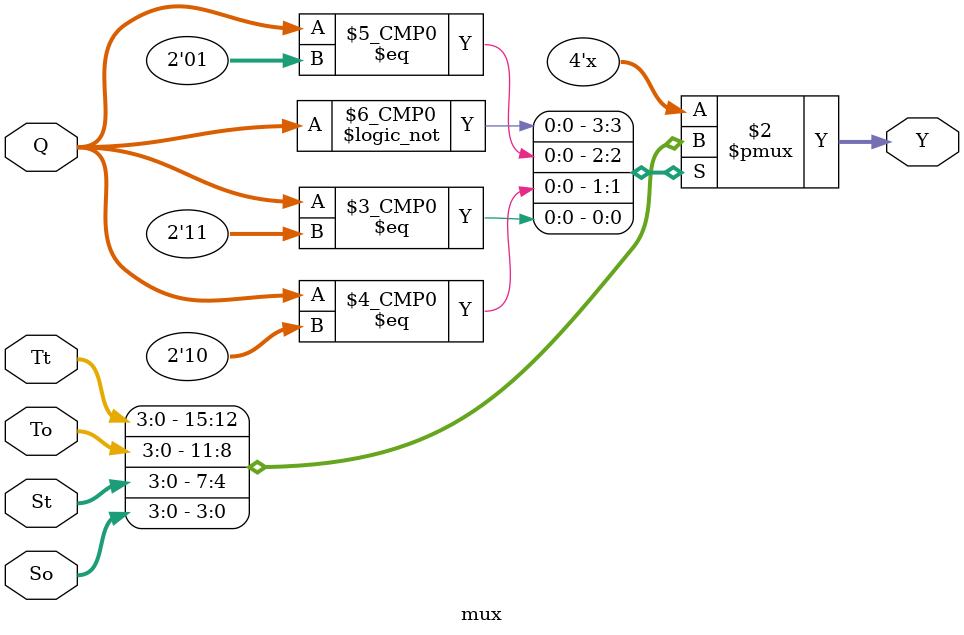
<source format=v>
`timescale 1ns / 1ps


module mux(
    input [3:0] To,Tt,So,St,
    input [1:0] Q,
    output reg [3:0] Y
    );
    always @(To or Tt or So or St or Q)
    begin
    case(Q)
    2'b00 :  Y = Tt;
    2'b01 :  Y = To;
    2'b10 :  Y = St;
    2'b11 :  Y = So;
    endcase
    end
endmodule

</source>
